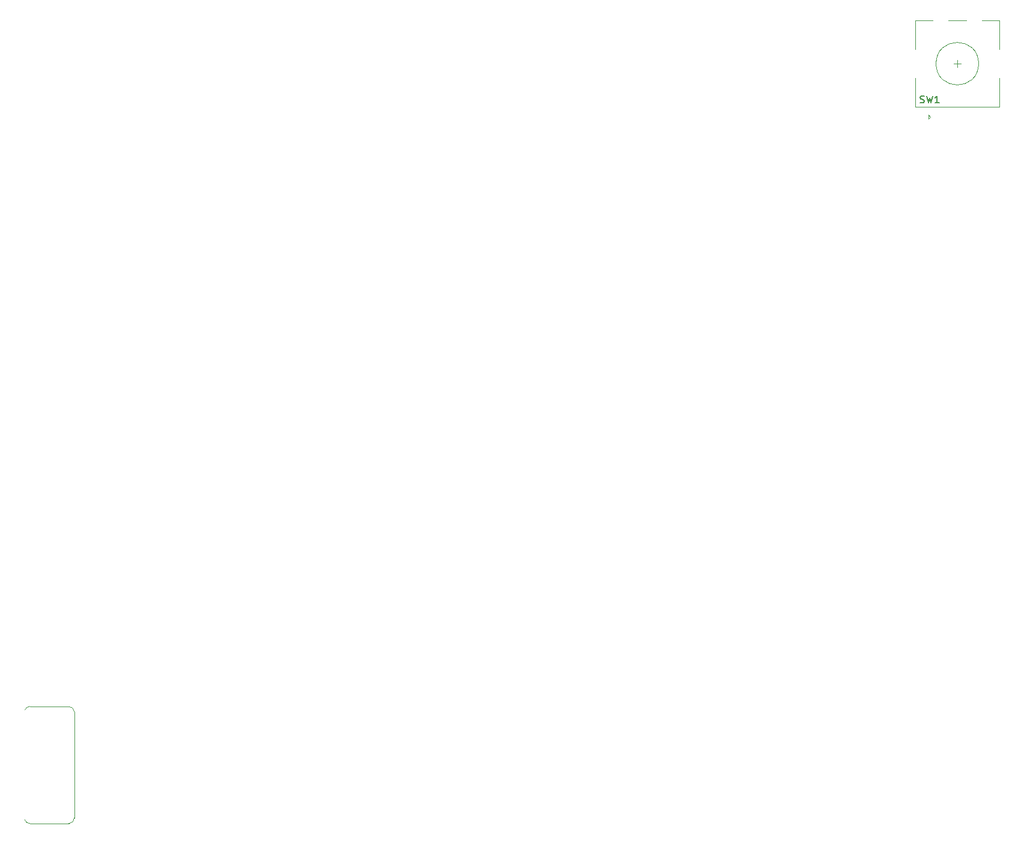
<source format=gbr>
G04 #@! TF.GenerationSoftware,KiCad,Pcbnew,(5.1.7)-1*
G04 #@! TF.CreationDate,2020-11-05T17:29:55+01:00*
G04 #@! TF.ProjectId,isometria-75-pcb-ml,69736f6d-6574-4726-9961-2d37352d7063,rev?*
G04 #@! TF.SameCoordinates,Original*
G04 #@! TF.FileFunction,Legend,Top*
G04 #@! TF.FilePolarity,Positive*
%FSLAX46Y46*%
G04 Gerber Fmt 4.6, Leading zero omitted, Abs format (unit mm)*
G04 Created by KiCad (PCBNEW (5.1.7)-1) date 2020-11-05 17:29:55*
%MOMM*%
%LPD*%
G01*
G04 APERTURE LIST*
%ADD10C,0.120000*%
%ADD11C,0.150000*%
G04 APERTURE END LIST*
D10*
X158999999Y-90670002D02*
G75*
G03*
X158288489Y-91182830I1J-749998D01*
G01*
X164500000Y-107170000D02*
X159000000Y-107170000D01*
X165250000Y-91420000D02*
X165250000Y-106420000D01*
X164500000Y-107170000D02*
G75*
G03*
X165250000Y-106420000I0J750000D01*
G01*
X158288488Y-106657171D02*
G75*
G03*
X159000000Y-107170000I711512J237171D01*
G01*
X158999999Y-90670002D02*
X164500000Y-90670000D01*
X165250000Y-91420000D02*
G75*
G03*
X164500000Y-90670000I-750000J0D01*
G01*
X289750000Y-500000D02*
X289750000Y500000D01*
X289250000Y0D02*
X290250000Y0D01*
X293250000Y6100000D02*
X295650000Y6100000D01*
X288450000Y6100000D02*
X291050000Y6100000D01*
X283850000Y6100000D02*
X286250000Y6100000D01*
X285650000Y-7200000D02*
X285950000Y-7500000D01*
X285650000Y-7800000D02*
X285650000Y-7200000D01*
X285950000Y-7500000D02*
X285650000Y-7800000D01*
X283850000Y-6100000D02*
X295650000Y-6100000D01*
X283850000Y-2000000D02*
X283850000Y-6100000D01*
X295650000Y-2000000D02*
X295650000Y-6100000D01*
X295650000Y6100000D02*
X295650000Y2000000D01*
X283850000Y2000000D02*
X283850000Y6100000D01*
X292750000Y0D02*
G75*
G03*
X292750000Y0I-3000000J0D01*
G01*
D11*
X284506666Y-5494761D02*
X284649523Y-5542380D01*
X284887619Y-5542380D01*
X284982857Y-5494761D01*
X285030476Y-5447142D01*
X285078095Y-5351904D01*
X285078095Y-5256666D01*
X285030476Y-5161428D01*
X284982857Y-5113809D01*
X284887619Y-5066190D01*
X284697142Y-5018571D01*
X284601904Y-4970952D01*
X284554285Y-4923333D01*
X284506666Y-4828095D01*
X284506666Y-4732857D01*
X284554285Y-4637619D01*
X284601904Y-4590000D01*
X284697142Y-4542380D01*
X284935238Y-4542380D01*
X285078095Y-4590000D01*
X285411428Y-4542380D02*
X285649523Y-5542380D01*
X285840000Y-4828095D01*
X286030476Y-5542380D01*
X286268571Y-4542380D01*
X287173333Y-5542380D02*
X286601904Y-5542380D01*
X286887619Y-5542380D02*
X286887619Y-4542380D01*
X286792380Y-4685238D01*
X286697142Y-4780476D01*
X286601904Y-4828095D01*
M02*

</source>
